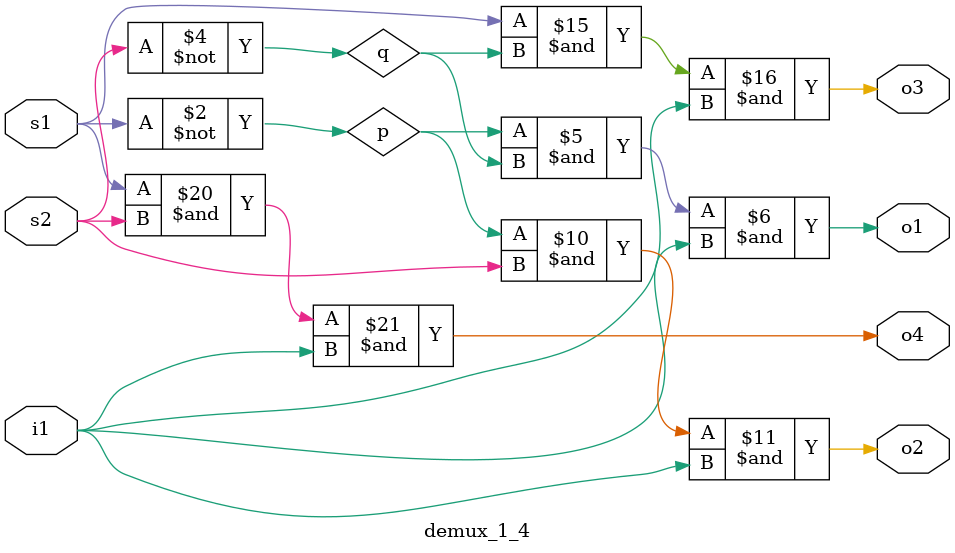
<source format=v>
module demux_1_4(o1,o2,o3,o4,i1,s1,s2);
output o1,o2,o3,o4;
input i1,s1,s2;
nand(p,s1,s1);
nand(q,s2,s2);
nand(r,p,q,i1);
nand(o1,r,r);
nand(s,p,s2,i1);
nand(o2,s,s);
nand(t,s1,q,i1);
nand(o3,t,t);
nand(u,s1,s2,i1);
nand(o4,u,u);
endmodule

</source>
